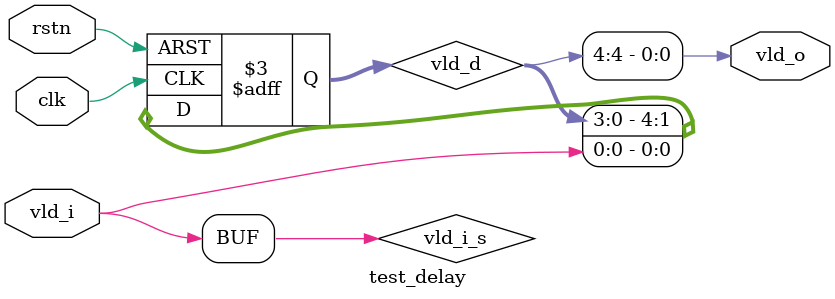
<source format=v>
`timescale 1ns / 1ps
module test_delay(
input clk, 
input rstn,
input vld_i,
output vld_o);
    
reg [4:0] vld_d;
wire vld_i_s = vld_i; // Fix a timing synchronizion issue in Vivado
always@(posedge clk, negedge rstn) begin
    if(!rstn) 
        vld_d <= 0;
    else
        vld_d <= {vld_d[3:0], vld_i_s};
        //vld_d <= {vld_d[3:0], vld_i};
end
assign vld_o = vld_d[4];
endmodule

</source>
